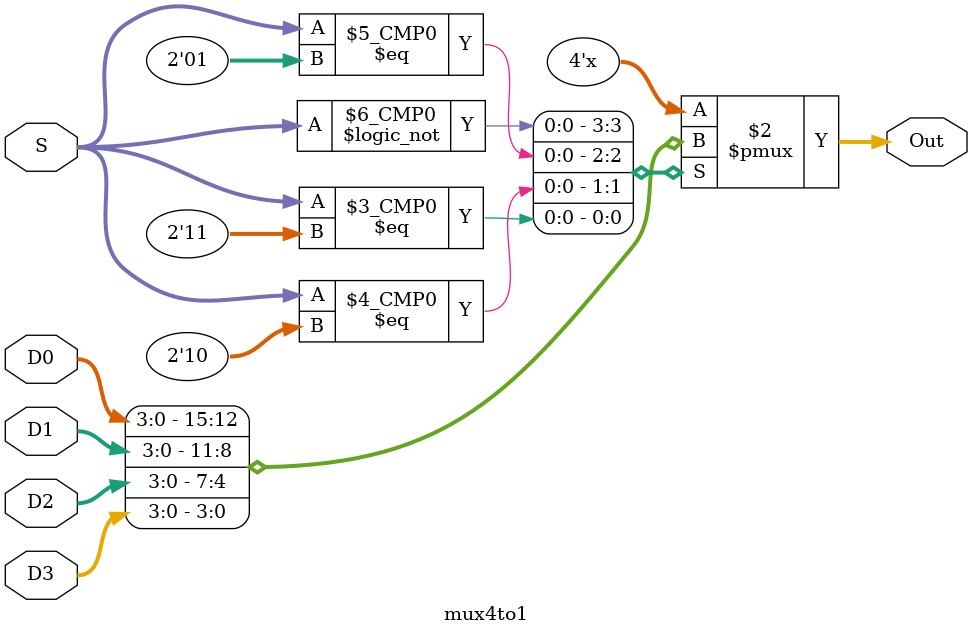
<source format=v>
`timescale 1ns / 1ps


module mux4to1(
    input [3:0] D0,
    input [3:0] D1,
    input [3:0] D2,
    input [3:0] D3,
    input [1:0] S,
    output reg [3:0] Out
    );
    
    //Simple 4 to 1 multiplexer
    always @(*) begin
    case (S)
        2'b00: Out <= D0;
        2'b01: Out <= D1;
        2'b10: Out <= D2;
        2'b11: Out <= D3;
    endcase
    end
endmodule

</source>
